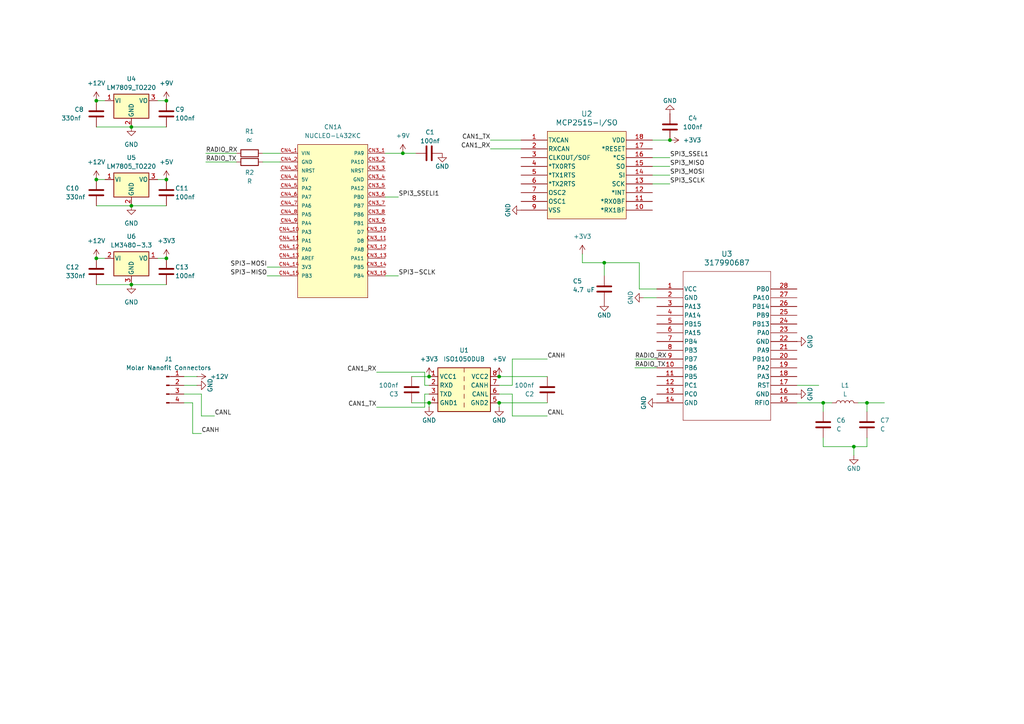
<source format=kicad_sch>
(kicad_sch (version 20231120) (generator "eeschema") (generator_version "8.0")
  (paper "A4")
  (lib_symbols
    (symbol "Connector:Conn_01x04_Pin" (pin_names (offset 1.016) hide)
      (property "Reference" "J" (at 0 5.08 0))
      (property "Value" "Conn_01x04_Pin" (at 0 -7.62 0))
      (symbol "Conn_01x04_Pin_1_1"
        (polyline (pts (xy 1.27 -5.08) (xy 0.8636 -5.08)) (stroke (width 0.1524)))
        (polyline (pts (xy 1.27 -2.54) (xy 0.8636 -2.54)) (stroke (width 0.1524)))
        (polyline (pts (xy 1.27 0) (xy 0.8636 0)) (stroke (width 0.1524)))
        (polyline (pts (xy 1.27 2.54) (xy 0.8636 2.54)) (stroke (width 0.1524)))
        (rectangle (start 0.8636 -4.953) (end 0 -5.207) (stroke (width 0.1524)) (fill (type outline)))
        (rectangle (start 0.8636 -2.413) (end 0 -2.667) (stroke (width 0.1524)) (fill (type outline)))
        (rectangle (start 0.8636 0.127) (end 0 -0.127) (stroke (width 0.1524)) (fill (type outline)))
        (rectangle (start 0.8636 2.667) (end 0 2.413) (stroke (width 0.1524)) (fill (type outline)))
        (pin passive line (at 5.08 2.54 180) (length 3.81) (name "Pin_1") (number "1"))
        (pin passive line (at 5.08 0 180) (length 3.81) (name "Pin_2") (number "2"))
        (pin passive line (at 5.08 -2.54 180) (length 3.81) (name "Pin_3") (number "3"))
        (pin passive line (at 5.08 -5.08 180) (length 3.81) (name "Pin_4") (number "4"))
      )
    )
    (symbol "Device:C" (pin_numbers hide) (pin_names (offset 0.254))
      (property "Reference" "C" (at 0.635 2.54 0))
      (property "Value" "C" (at 0.635 -2.54 0))
      (symbol "C_0_1"
        (polyline (pts (xy -2.032 -0.762) (xy 2.032 -0.762)) (stroke (width 0.508)))
        (polyline (pts (xy -2.032 0.762) (xy 2.032 0.762)) (stroke (width 0.508)))
      )
      (symbol "C_1_1"
        (pin passive line (at 0 3.81 270) (length 2.794) (name "~") (number "1"))
        (pin passive line (at 0 -3.81 90) (length 2.794) (name "~") (number "2"))
      )
    )
    (symbol "Device:L" (pin_numbers hide) (pin_names (offset 1.016) hide)
      (property "Reference" "L" (at -1.27 0 90))
      (property "Value" "L" (at 1.905 0 90))
      (symbol "L_0_1"
        (arc (start 0 -2.54) (mid 0.6323 -1.905) (end 0 -1.27))
        (arc (start 0 -1.27) (mid 0.6323 -0.635) (end 0 0))
        (arc (start 0 0) (mid 0.6323 0.635) (end 0 1.27))
        (arc (start 0 1.27) (mid 0.6323 1.905) (end 0 2.54))
      )
      (symbol "L_1_1"
        (pin passive line (at 0 3.81 270) (length 1.27) (name "1") (number "1"))
        (pin passive line (at 0 -3.81 90) (length 1.27) (name "2") (number "2"))
      )
    )
    (symbol "Device:R" (pin_numbers hide) (pin_names (offset 0))
      (property "Reference" "R" (at 2.032 0 90))
      (property "Value" "R" (at 0 0 90))
      (symbol "R_0_1"
        (rectangle (start -1.016 -2.54) (end 1.016 2.54) (stroke (width 0.254)))
      )
      (symbol "R_1_1"
        (pin passive line (at 0 3.81 270) (length 1.27) (name "~") (number "1"))
        (pin passive line (at 0 -3.81 90) (length 1.27) (name "~") (number "2"))
      )
    )
    (symbol "FS_3_Global_Symbol_Library:MCP2515-I_SO" (pin_names (offset 0.254))
      (property "Reference" "U" (at 18.796 7.874 0))
      (property "Value" "MCP2515-I/SO" (at 18.796 4.318 0))
      (symbol "MCP2515-I_SO_0_1"
        (pin unspecified line (at 0 0 0) (length 7.62) (name "TXCAN") (number "1"))
        (pin unspecified line (at 38.1 -20.32 180) (length 7.62) (name "*RX1BF") (number "10"))
        (pin unspecified line (at 38.1 -17.78 180) (length 7.62) (name "*RX0BF") (number "11"))
        (pin unspecified line (at 38.1 -15.24 180) (length 7.62) (name "*INT") (number "12"))
        (pin unspecified line (at 38.1 -12.7 180) (length 7.62) (name "SCK") (number "13"))
        (pin unspecified line (at 38.1 -10.16 180) (length 7.62) (name "SI") (number "14"))
        (pin unspecified line (at 38.1 -7.62 180) (length 7.62) (name "SO") (number "15"))
        (pin unspecified line (at 38.1 -5.08 180) (length 7.62) (name "*CS") (number "16"))
        (pin unspecified line (at 38.1 -2.54 180) (length 7.62) (name "*RESET") (number "17"))
        (pin unspecified line (at 38.1 0 180) (length 7.62) (name "VDD") (number "18"))
        (pin unspecified line (at 0 -2.54 0) (length 7.62) (name "RXCAN") (number "2"))
        (pin unspecified line (at 0 -5.08 0) (length 7.62) (name "CLKOUT/SOF") (number "3"))
        (pin unspecified line (at 0 -7.62 0) (length 7.62) (name "*TX0RTS") (number "4"))
        (pin unspecified line (at 0 -10.16 0) (length 7.62) (name "*TX1RTS") (number "5"))
        (pin unspecified line (at 0 -12.7 0) (length 7.62) (name "*TX2RTS") (number "6"))
        (pin unspecified line (at 0 -15.24 0) (length 7.62) (name "OSC2") (number "7"))
        (pin unspecified line (at 0 -17.78 0) (length 7.62) (name "OSC1") (number "8"))
        (pin unspecified line (at 0 -20.32 0) (length 7.62) (name "VSS") (number "9"))
      )
      (symbol "MCP2515-I_SO_1_1"
        (rectangle (start 7.62 2.54) (end 30.48 -22.86) (fill (type background)))
      )
    )
    (symbol "FS_3_Global_Symbol_Library:NUCLEO-L432KC" (pin_names (offset 1.016))
      (property "Reference" "CN" (at 7.62 18.288 0))
      (property "Value" "NUCLEO-L432KC" (at -7.62 -25.4 0))
      (symbol "NUCLEO-L432KC_1_0"
        (rectangle (start -10.16 17.78) (end 10.16 -26.67) (stroke (width 0.1524)) (fill (type background)))
        (pin bidirectional line (at -15.24 15.24 0) (length 5.08) (name "PA9") (number "CN3_1"))
        (pin bidirectional line (at -15.24 -12.7 0) (length 5.08) (name "PA8") (number "CN3_12"))
        (pin bidirectional line (at -15.24 -15.24 0) (length 5.08) (name "PA11") (number "CN3_13"))
        (pin bidirectional line (at -15.24 -17.78 0) (length 5.08) (name "PB5") (number "CN3_14"))
        (pin bidirectional line (at -15.24 -20.32 0) (length 5.08) (name "PB4") (number "CN3_15"))
        (pin bidirectional line (at -15.24 12.7 0) (length 5.08) (name "PA10") (number "CN3_2"))
        (pin bidirectional line (at -15.24 5.08 0) (length 5.08) (name "PA12") (number "CN3_5"))
        (pin bidirectional line (at -15.24 2.54 0) (length 5.08) (name "PB0") (number "CN3_6"))
        (pin bidirectional line (at -15.24 0 0) (length 5.08) (name "PB7") (number "CN3_7"))
        (pin bidirectional line (at -15.24 -2.54 0) (length 5.08) (name "PB6") (number "CN3_8"))
        (pin bidirectional line (at -15.24 -5.08 0) (length 5.08) (name "PB1") (number "CN3_9"))
      )
      (symbol "NUCLEO-L432KC_1_1"
        (pin bidirectional line (at -15.24 -7.62 0) (length 5.08) (name "D7") (number "CN3_10"))
        (pin bidirectional line (at -15.24 -10.16 0) (length 5.08) (name "D8") (number "CN3_11"))
        (pin bidirectional line (at -15.24 10.16 0) (length 5.08) (name "NRST") (number "CN3_3"))
        (pin power_in line (at -15.24 7.62 0) (length 5.08) (name "GND") (number "CN3_4"))
        (pin power_in line (at 15.24 15.24 180) (length 5.08) (name "VIN") (number "CN4_1"))
        (pin bidirectional line (at 15.24 -7.62 180) (length 5.08) (name "PA3") (number "CN4_10"))
        (pin bidirectional line (at 15.24 -10.16 180) (length 5.08) (name "PA1") (number "CN4_11"))
        (pin bidirectional line (at 15.24 -12.7 180) (length 5.08) (name "PA0") (number "CN4_12"))
        (pin bidirectional line (at 15.24 -15.24 180) (length 5.08) (name "AREF") (number "CN4_13"))
        (pin power_out line (at 15.24 -17.78 180) (length 5.08) (name "3V3") (number "CN4_14"))
        (pin bidirectional line (at 15.24 -20.32 180) (length 5.08) (name "PB3") (number "CN4_15"))
        (pin power_in line (at 15.24 12.7 180) (length 5.08) (name "GND") (number "CN4_2"))
        (pin bidirectional line (at 15.24 10.16 180) (length 5.08) (name "NRST") (number "CN4_3"))
        (pin power_out line (at 15.24 7.62 180) (length 5.08) (name "5V") (number "CN4_4"))
        (pin bidirectional line (at 15.24 5.08 180) (length 5.08) (name "PA2") (number "CN4_5"))
        (pin bidirectional line (at 15.24 2.54 180) (length 5.08) (name "PA7") (number "CN4_6"))
        (pin bidirectional line (at 15.24 0 180) (length 5.08) (name "PA6") (number "CN4_7"))
        (pin bidirectional line (at 15.24 -2.54 180) (length 5.08) (name "PA5") (number "CN4_8"))
        (pin bidirectional line (at 15.24 -5.08 180) (length 5.08) (name "PA4") (number "CN4_9"))
      )
      (symbol "NUCLEO-L432KC_2_0"
        (rectangle (start -10.16 -17.78) (end 10.16 17.78) (stroke (width 0.1524)) (fill (type background)))
        (text "CN4" (at -10.16 18.542 0) (effects (font (size 1.778 1.778)) (justify left bottom)))
        (pin input line (at -15.24 7.62 0) (length 5.08) (name "VIN") (number "CN4_1"))
        (pin bidirectional line (at -15.24 -10.16 0) (length 5.08) (name "PA3") (number "CN4_10"))
        (pin bidirectional line (at -15.24 -5.08 0) (length 5.08) (name "PA1") (number "CN4_11"))
        (pin bidirectional line (at -15.24 -2.54 0) (length 5.08) (name "PA0") (number "CN4_12"))
        (pin bidirectional line (at 15.24 7.62 180) (length 5.08) (name "AREF") (number "CN4_13"))
        (pin power_in line (at 15.24 12.7 180) (length 5.08) (name "+3V3") (number "CN4_14"))
        (pin bidirectional line (at 15.24 2.54 180) (length 5.08) (name "PB3") (number "CN4_15"))
        (pin power_in line (at 15.24 -15.24 180) (length 5.08) (name "GND_CN4") (number "CN4_2"))
        (pin bidirectional line (at -15.24 2.54 0) (length 5.08) (name "NRST_CN4") (number "CN4_3"))
        (pin power_in line (at 15.24 15.24 180) (length 5.08) (name "+5V") (number "CN4_4"))
        (pin bidirectional line (at -15.24 -7.62 0) (length 5.08) (name "PA2") (number "CN4_5"))
        (pin bidirectional line (at 15.24 -10.16 180) (length 5.08) (name "PA7") (number "CN4_6"))
        (pin bidirectional line (at 15.24 -7.62 180) (length 5.08) (name "PA6") (number "CN4_7"))
        (pin bidirectional line (at 15.24 -5.08 180) (length 5.08) (name "PA5") (number "CN4_8"))
        (pin bidirectional line (at 15.24 -2.54 180) (length 5.08) (name "PA4") (number "CN4_9"))
      )
      (symbol "NUCLEO-L432KC_2_1"
        (pin bidirectional line (at 17.78 6.35 180) (length 5.08) (name "PA2") (number "-UB"))
      )
    )
    (symbol "FS_3_Global_Symbol_Library:SEEED317990687" (pin_names (offset 0.254))
      (property "Reference" "U" (at 20.32 10.16 0))
      (property "Value" "317990687" (at 20.32 7.62 0))
      (symbol "SEEED317990687_1_1"
        (polyline (pts (xy 7.62 -38.1) (xy 33.02 -38.1)) (stroke (width 0.127)))
        (polyline (pts (xy 7.62 5.08) (xy 7.62 -38.1)) (stroke (width 0.127)))
        (polyline (pts (xy 33.02 -38.1) (xy 33.02 5.08)) (stroke (width 0.127)))
        (polyline (pts (xy 33.02 5.08) (xy 7.62 5.08)) (stroke (width 0.127)))
        (pin power_in line (at 0 0 0) (length 7.62) (name "VCC") (number "1"))
        (pin bidirectional line (at 0 -22.86 0) (length 7.62) (name "PB6") (number "10"))
        (pin bidirectional line (at 0 -25.4 0) (length 7.62) (name "PB5") (number "11"))
        (pin bidirectional line (at 0 -27.94 0) (length 7.62) (name "PC1") (number "12"))
        (pin bidirectional line (at 0 -30.48 0) (length 7.62) (name "PC0") (number "13"))
        (pin power_out line (at 0 -33.02 0) (length 7.62) (name "GND") (number "14"))
        (pin unspecified line (at 40.64 -33.02 180) (length 7.62) (name "RFIO") (number "15"))
        (pin power_out line (at 40.64 -30.48 180) (length 7.62) (name "GND") (number "16"))
        (pin unspecified line (at 40.64 -27.94 180) (length 7.62) (name "RST") (number "17"))
        (pin bidirectional line (at 40.64 -25.4 180) (length 7.62) (name "PA3") (number "18"))
        (pin bidirectional line (at 40.64 -22.86 180) (length 7.62) (name "PA2") (number "19"))
        (pin power_out line (at 0 -2.54 0) (length 7.62) (name "GND") (number "2"))
        (pin bidirectional line (at 40.64 -20.32 180) (length 7.62) (name "PB10") (number "20"))
        (pin bidirectional line (at 40.64 -17.78 180) (length 7.62) (name "PA9") (number "21"))
        (pin power_out line (at 40.64 -15.24 180) (length 7.62) (name "GND") (number "22"))
        (pin bidirectional line (at 40.64 -12.7 180) (length 7.62) (name "PA0") (number "23"))
        (pin bidirectional line (at 40.64 -10.16 180) (length 7.62) (name "PB13") (number "24"))
        (pin bidirectional line (at 40.64 -7.62 180) (length 7.62) (name "PB9") (number "25"))
        (pin bidirectional line (at 40.64 -5.08 180) (length 7.62) (name "PB14") (number "26"))
        (pin bidirectional line (at 40.64 -2.54 180) (length 7.62) (name "PA10") (number "27"))
        (pin bidirectional line (at 40.64 0 180) (length 7.62) (name "PB0") (number "28"))
        (pin bidirectional line (at 0 -5.08 0) (length 7.62) (name "PA13") (number "3"))
        (pin bidirectional line (at 0 -7.62 0) (length 7.62) (name "PA14") (number "4"))
        (pin bidirectional line (at 0 -10.16 0) (length 7.62) (name "PB15") (number "5"))
        (pin bidirectional line (at 0 -12.7 0) (length 7.62) (name "PA15") (number "6"))
        (pin bidirectional line (at 0 -15.24 0) (length 7.62) (name "PB4") (number "7"))
        (pin bidirectional line (at 0 -17.78 0) (length 7.62) (name "PB3") (number "8"))
        (pin bidirectional line (at 0 -20.32 0) (length 7.62) (name "PB7") (number "9"))
      )
    )
    (symbol "Interface_CAN_LIN:ISO1050DUB"
      (property "Reference" "U" (at -6.35 6.35 0))
      (property "Value" "ISO1050DUB" (at 2.54 6.35 0))
      (symbol "ISO1050DUB_0_1"
        (rectangle (start -7.62 5.08) (end 7.62 -7.62) (stroke (width 0.254)) (fill (type background)))
        (polyline (pts (xy 0 -5.08) (xy 0 -6.35)))
        (polyline (pts (xy 0 -2.54) (xy 0 -3.81)))
        (polyline (pts (xy 0 0) (xy 0 -1.27)))
        (polyline (pts (xy 0 2.54) (xy 0 1.27)))
        (polyline (pts (xy 0 5.08) (xy 0 3.81)))
      )
      (symbol "ISO1050DUB_1_1"
        (pin power_in line (at -10.16 2.54 0) (length 2.54) (name "VCC1") (number "1"))
        (pin output line (at -10.16 0 0) (length 2.54) (name "RXD") (number "2"))
        (pin input line (at -10.16 -2.54 0) (length 2.54) (name "TXD") (number "3"))
        (pin power_in line (at -10.16 -5.08 0) (length 2.54) (name "GND1") (number "4"))
        (pin power_in line (at 10.16 -5.08 180) (length 2.54) (name "GND2") (number "5"))
        (pin bidirectional line (at 10.16 -2.54 180) (length 2.54) (name "CANL") (number "6"))
        (pin bidirectional line (at 10.16 0 180) (length 2.54) (name "CANH") (number "7"))
        (pin power_in line (at 10.16 2.54 180) (length 2.54) (name "VCC2") (number "8"))
      )
    )
    (symbol "Regulator_Linear:LM3480-3.3" (pin_names (offset 0.254))
      (property "Reference" "U" (at -3.81 3.175 0))
      (property "Value" "LM3480-3.3" (at 0 3.175 0))
      (symbol "LM3480-3.3_0_1"
        (rectangle (start -5.08 1.905) (end 5.08 -5.08) (stroke (width 0.254)) (fill (type background)))
      )
      (symbol "LM3480-3.3_1_1"
        (pin power_out line (at 7.62 0 180) (length 2.54) (name "VO") (number "1"))
        (pin power_in line (at -7.62 0 0) (length 2.54) (name "VI") (number "2"))
        (pin power_in line (at 0 -7.62 90) (length 2.54) (name "GND") (number "3"))
      )
    )
    (symbol "Regulator_Linear:LM7805_TO220" (pin_names (offset 0.254))
      (property "Reference" "U" (at -3.81 3.175 0))
      (property "Value" "LM7805_TO220" (at 0 3.175 0))
      (symbol "LM7805_TO220_0_1"
        (rectangle (start -5.08 1.905) (end 5.08 -5.08) (stroke (width 0.254)) (fill (type background)))
      )
      (symbol "LM7805_TO220_1_1"
        (pin power_in line (at -7.62 0 0) (length 2.54) (name "VI") (number "1"))
        (pin power_in line (at 0 -7.62 90) (length 2.54) (name "GND") (number "2"))
        (pin power_out line (at 7.62 0 180) (length 2.54) (name "VO") (number "3"))
      )
    )
    (symbol "Regulator_Linear:LM7809_TO220" (pin_names (offset 0.254))
      (property "Reference" "U" (at -3.81 3.175 0))
      (property "Value" "LM7809_TO220" (at 0 3.175 0))
      (symbol "LM7809_TO220_0_1"
        (rectangle (start -5.08 1.905) (end 5.08 -5.08) (stroke (width 0.254)) (fill (type background)))
      )
      (symbol "LM7809_TO220_1_1"
        (pin power_in line (at -7.62 0 0) (length 2.54) (name "VI") (number "1"))
        (pin power_in line (at 0 -7.62 90) (length 2.54) (name "GND") (number "2"))
        (pin power_out line (at 7.62 0 180) (length 2.54) (name "VO") (number "3"))
      )
    )
    (symbol "power:+12V" (power) (pin_numbers hide) (pin_names (offset 0) hide)
      (property "Value" "+12V" (at 0 3.556 0))
      (symbol "+12V_0_1"
        (polyline (pts (xy -0.762 1.27) (xy 0 2.54)))
        (polyline (pts (xy 0 0) (xy 0 2.54)))
        (polyline (pts (xy 0 2.54) (xy 0.762 1.27)))
      )
      (symbol "+12V_1_1"
        (pin power_in line (at 0 0 90) (length 0) (name "~") (number "1"))
      )
    )
    (symbol "power:+3V3" (power) (pin_numbers hide) (pin_names (offset 0) hide)
      (property "Value" "+3V3" (at 0 3.556 0))
      (symbol "+3V3_0_1"
        (polyline (pts (xy -0.762 1.27) (xy 0 2.54)))
        (polyline (pts (xy 0 0) (xy 0 2.54)))
        (polyline (pts (xy 0 2.54) (xy 0.762 1.27)))
      )
      (symbol "+3V3_1_1"
        (pin power_in line (at 0 0 90) (length 0) (name "~") (number "1"))
      )
    )
    (symbol "power:+5V" (power) (pin_numbers hide) (pin_names (offset 0) hide)
      (property "Value" "+5V" (at 0 3.556 0))
      (symbol "+5V_0_1"
        (polyline (pts (xy -0.762 1.27) (xy 0 2.54)))
        (polyline (pts (xy 0 0) (xy 0 2.54)))
        (polyline (pts (xy 0 2.54) (xy 0.762 1.27)))
      )
      (symbol "+5V_1_1"
        (pin power_in line (at 0 0 90) (length 0) (name "~") (number "1"))
      )
    )
    (symbol "power:+9V" (power) (pin_numbers hide) (pin_names (offset 0) hide)
      (property "Value" "+9V" (at 0 3.556 0))
      (symbol "+9V_0_1"
        (polyline (pts (xy -0.762 1.27) (xy 0 2.54)))
        (polyline (pts (xy 0 0) (xy 0 2.54)))
        (polyline (pts (xy 0 2.54) (xy 0.762 1.27)))
      )
      (symbol "+9V_1_1"
        (pin power_in line (at 0 0 90) (length 0) (name "~") (number "1"))
      )
    )
    (symbol "power:GND" (power) (pin_numbers hide) (pin_names (offset 0) hide)
      (property "Value" "GND" (at 0 -3.81 0))
      (symbol "GND_0_1"
        (polyline (pts (xy 0 0) (xy 0 -1.27) (xy 1.27 -1.27) (xy 0 -2.54) (xy -1.27 -1.27) (xy 0 -1.27)))
      )
      (symbol "GND_1_1"
        (pin power_in line (at 0 0 270) (length 0) (name "~") (number "1"))
      )
    )
  )
  (junction (at 38.1 82.55))
  (junction (at 144.78 116.84))
  (junction (at 124.46 109.22))
  (junction (at 194.31 40.64))
  (junction (at 27.94 52.07))
  (junction (at 144.78 109.22))
  (junction (at 48.26 29.21))
  (junction (at 38.1 59.69))
  (junction (at 48.26 52.07))
  (junction (at 48.26 74.93))
  (junction (at 38.1 36.83))
  (junction (at 247.65 129.54))
  (junction (at 116.84 44.45))
  (junction (at 175.26 76.2))
  (junction (at 251.46 116.84))
  (junction (at 124.46 116.84))
  (junction (at 27.94 29.21))
  (junction (at 27.94 74.93))
  (junction (at 238.76 116.84))
  (wire (pts (xy 45.72 74.93) (xy 48.26 74.93)))
  (wire (pts (xy 45.72 29.21) (xy 48.26 29.21)))
  (wire (pts (xy 148.59 111.76) (xy 148.59 104.14)))
  (wire (pts (xy 238.76 116.84) (xy 238.76 119.38)))
  (wire (pts (xy 184.15 106.68) (xy 190.5 106.68)))
  (wire (pts (xy 58.42 120.65) (xy 62.23 120.65)))
  (wire (pts (xy 53.34 111.76) (xy 57.15 111.76)))
  (wire (pts (xy 148.59 120.65) (xy 158.75 120.65)))
  (wire (pts (xy 123.19 111.76) (xy 123.19 107.95)))
  (wire (pts (xy 111.76 80.01) (xy 115.57 80.01)))
  (wire (pts (xy 59.69 46.99) (xy 68.58 46.99)))
  (wire (pts (xy 111.76 57.15) (xy 115.57 57.15)))
  (wire (pts (xy 144.78 111.76) (xy 148.59 111.76)))
  (wire (pts (xy 189.23 53.34) (xy 194.31 53.34)))
  (wire (pts (xy 158.75 116.84) (xy 144.78 116.84)))
  (wire (pts (xy 53.34 109.22) (xy 57.15 109.22)))
  (wire (pts (xy 76.2 46.99) (xy 81.28 46.99)))
  (wire (pts (xy 247.65 129.54) (xy 247.65 132.08)))
  (wire (pts (xy 248.92 116.84) (xy 251.46 116.84)))
  (wire (pts (xy 27.94 59.69) (xy 38.1 59.69)))
  (wire (pts (xy 76.2 44.45) (xy 81.28 44.45)))
  (wire (pts (xy 189.23 45.72) (xy 194.31 45.72)))
  (wire (pts (xy 38.1 59.69) (xy 48.26 59.69)))
  (wire (pts (xy 55.88 116.84) (xy 53.34 116.84)))
  (wire (pts (xy 27.94 52.07) (xy 30.48 52.07)))
  (wire (pts (xy 53.34 114.3) (xy 58.42 114.3)))
  (wire (pts (xy 251.46 116.84) (xy 256.54 116.84)))
  (wire (pts (xy 116.84 44.45) (xy 120.65 44.45)))
  (wire (pts (xy 175.26 76.2) (xy 175.26 80.01)))
  (wire (pts (xy 189.23 40.64) (xy 194.31 40.64)))
  (wire (pts (xy 109.22 118.11) (xy 123.19 118.11)))
  (wire (pts (xy 38.1 36.83) (xy 48.26 36.83)))
  (wire (pts (xy 109.22 107.95) (xy 123.19 107.95)))
  (wire (pts (xy 142.24 40.64) (xy 151.13 40.64)))
  (wire (pts (xy 27.94 36.83) (xy 38.1 36.83)))
  (wire (pts (xy 251.46 116.84) (xy 251.46 119.38)))
  (wire (pts (xy 238.76 116.84) (xy 241.3 116.84)))
  (wire (pts (xy 124.46 114.3) (xy 123.19 114.3)))
  (wire (pts (xy 77.47 77.47) (xy 81.28 77.47)))
  (wire (pts (xy 123.19 114.3) (xy 123.19 118.11)))
  (wire (pts (xy 124.46 109.22) (xy 119.38 109.22)))
  (wire (pts (xy 185.42 83.82) (xy 185.42 76.2)))
  (wire (pts (xy 124.46 116.84) (xy 124.46 118.11)))
  (wire (pts (xy 55.88 125.73) (xy 55.88 116.84)))
  (wire (pts (xy 38.1 82.55) (xy 48.26 82.55)))
  (wire (pts (xy 111.76 44.45) (xy 116.84 44.45)))
  (wire (pts (xy 27.94 29.21) (xy 30.48 29.21)))
  (wire (pts (xy 148.59 104.14) (xy 158.75 104.14)))
  (wire (pts (xy 247.65 129.54) (xy 251.46 129.54)))
  (wire (pts (xy 238.76 127) (xy 238.76 129.54)))
  (wire (pts (xy 184.15 104.14) (xy 190.5 104.14)))
  (wire (pts (xy 168.91 73.66) (xy 168.91 76.2)))
  (wire (pts (xy 189.23 50.8) (xy 194.31 50.8)))
  (wire (pts (xy 231.14 111.76) (xy 237.49 111.76)))
  (wire (pts (xy 189.23 48.26) (xy 194.31 48.26)))
  (wire (pts (xy 124.46 116.84) (xy 119.38 116.84)))
  (wire (pts (xy 148.59 114.3) (xy 148.59 120.65)))
  (wire (pts (xy 124.46 111.76) (xy 123.19 111.76)))
  (wire (pts (xy 175.26 76.2) (xy 185.42 76.2)))
  (wire (pts (xy 27.94 82.55) (xy 38.1 82.55)))
  (wire (pts (xy 58.42 114.3) (xy 58.42 120.65)))
  (wire (pts (xy 238.76 129.54) (xy 247.65 129.54)))
  (wire (pts (xy 77.47 80.01) (xy 81.28 80.01)))
  (wire (pts (xy 144.78 116.84) (xy 144.78 118.11)))
  (wire (pts (xy 55.88 125.73) (xy 58.42 125.73)))
  (wire (pts (xy 45.72 52.07) (xy 48.26 52.07)))
  (wire (pts (xy 168.91 76.2) (xy 175.26 76.2)))
  (wire (pts (xy 59.69 44.45) (xy 68.58 44.45)))
  (wire (pts (xy 144.78 114.3) (xy 148.59 114.3)))
  (wire (pts (xy 186.69 86.36) (xy 190.5 86.36)))
  (wire (pts (xy 231.14 116.84) (xy 238.76 116.84)))
  (wire (pts (xy 190.5 83.82) (xy 185.42 83.82)))
  (wire (pts (xy 251.46 127) (xy 251.46 129.54)))
  (wire (pts (xy 27.94 74.93) (xy 30.48 74.93)))
  (wire (pts (xy 142.24 43.18) (xy 151.13 43.18)))
  (wire (pts (xy 158.75 109.22) (xy 144.78 109.22)))
  (label "CAN1_TX" (at 109.22 118.11 180))
  (label "SPI3-SCLK" (at 115.57 80.01 0))
  (label "SPI3-MOSI" (at 77.47 77.47 180))
  (label "SPI3_SCLK" (at 194.31 53.34 0))
  (label "CANH" (at 58.42 125.73 0))
  (label "CANH" (at 158.75 104.14 0))
  (label "SPI3-MISO" (at 77.47 80.01 180))
  (label "SPI3_SSELI1" (at 115.57 57.15 0))
  (label "CANL" (at 158.75 120.65 0))
  (label "CAN1_RX" (at 142.24 43.18 180))
  (label "RADIO_RX" (at 184.15 104.14 0))
  (label "RADIO_TX" (at 59.69 46.99 0))
  (label "SPI3_MOSI" (at 194.31 50.8 0))
  (label "SPI3_MISO" (at 194.31 48.26 0))
  (label "RADIO_RX" (at 59.69 44.45 0))
  (label "SPI3_SSEL1" (at 194.31 45.72 0))
  (label "RADIO_TX" (at 184.15 106.68 0))
  (label "CAN1_RX" (at 109.22 107.95 180))
  (label "CANL" (at 62.23 120.65 0))
  (label "CAN1_TX" (at 142.24 40.64 180))
  (symbol (lib_id "power:+5V") (at 48.26 52.07 0) (unit 1)
    (property "Reference" "#PWR024" (effects (hide yes)))
    (property "Value" "+5V" (at 48.26 46.99 0))
  )
  (symbol (lib_id "power:GND") (at 57.15 111.76 90) (unit 1)
    (property "Reference" "#PWR021" (effects (hide yes)))
    (property "Value" "GND" (at 60.96 111.76 0))
  )
  (symbol (lib_id "Device:C") (at 175.26 83.82 0) (unit 1)
    (property "Reference" "C5" (at 166.116 81.534 0) (effects (justify left)))
    (property "Value" "4.7 uF" (at 166.116 84.074 0) (effects (justify left)))
    (property "Description" "Unpolarized capacitor" (effects (hide yes)))
  )
  (symbol (lib_id "power:+12V") (at 27.94 74.93 0) (unit 1)
    (property "Reference" "#PWR025" (effects (hide yes)))
    (property "Value" "+12V" (at 27.94 69.85 0))
  )
  (symbol (lib_id "power:GND") (at 190.5 116.84 270) (unit 1)
    (property "Reference" "#PWR011" (effects (hide yes)))
    (property "Value" "GND" (at 186.69 116.84 0))
  )
  (symbol (lib_id "power:+12V") (at 57.15 109.22 270) (unit 1)
    (property "Reference" "#PWR020" (effects (hide yes)))
    (property "Value" "+12V" (at 60.96 109.2199 90) (effects (justify left)))
  )
  (symbol (lib_id "power:GND") (at 231.14 99.06 90) (unit 1)
    (property "Reference" "#PWR013" (effects (hide yes)))
    (property "Value" "GND" (at 234.95 99.06 0))
  )
  (symbol (lib_id "Regulator_Linear:LM7809_TO220") (at 38.1 29.21 0) (unit 1)
    (property "Reference" "U4" (at 38.1 22.86 0))
    (property "Value" "LM7809_TO220" (at 38.1 25.4 0))
    (property "Footprint" "Package_TO_SOT_THT:TO-220-3_Vertical" (effects (hide yes)))
    (property "Datasheet" "https://www.onsemi.cn/PowerSolutions/document/MC7800-D.PDF" (effects (hide yes)))
  )
  (symbol (lib_id "FS_3_Global_Symbol_Library:NUCLEO-L432KC") (at 96.52 59.69 0) (mirror y) (unit 1)
    (property "Reference" "CN1" (at 96.52 36.83 0))
    (property "Value" "NUCLEO-L432KC" (at 96.52 39.37 0))
    (property "Footprint" "FS_3_Global_Footprint_Library:NUCLEO-L432KC" (effects (hide yes)))
    (property "Description" "STM32 Microcontroller" (effects (hide yes)))
    (property "PARTREV" "N/A" (effects (hide yes)))
    (property "STANDARD" "Manufacturer Recommendations" (effects (hide yes)))
    (property "MAXIMUM_PACKAGE_HEIGHT" "N/A" (effects (hide yes)))
    (property "MANUFACTURER" "ST Microelectronics" (effects (hide yes)))
  )
  (symbol (lib_id "Regulator_Linear:LM3480-3.3") (at 38.1 74.93 0) (unit 1)
    (property "Reference" "U6" (at 38.1 68.58 0))
    (property "Value" "LM3480-3.3" (at 38.1 71.12 0))
    (property "Footprint" "Package_TO_SOT_SMD:SOT-23" (effects (hide yes)))
    (property "Datasheet" "http://www.ti.com/lit/ds/symlink/lm3480.pdf" (effects (hide yes)))
    (property "Description" "100mA, Quasi Low Dropout Voltage Regulator, 3.3V positive fixed output, SOT-23 package" (effects (hide yes)))
  )
  (symbol (lib_id "power:+3V3") (at 168.91 73.66 0) (unit 1)
    (property "Reference" "#PWR015" (effects (hide yes)))
    (property "Value" "+3V3" (at 168.91 68.58 0))
    (property "Description" "Power symbol creates a global label with name \"+3V3\"" (effects (hide yes)))
  )
  (symbol (lib_id "power:+5V") (at 144.78 109.22 0) (unit 1)
    (property "Reference" "#PWR04" (effects (hide yes)))
    (property "Value" "+5V" (at 144.78 104.14 0))
  )
  (symbol (lib_id "power:GND") (at 194.31 33.02 180) (unit 1)
    (property "Reference" "#PWR07" (effects (hide yes)))
    (property "Value" "GND" (at 194.31 29.21 0))
  )
  (symbol (lib_id "Device:C") (at 238.76 123.19 0) (unit 1)
    (property "Reference" "C6" (at 242.57 121.9199 0) (effects (justify left)))
    (property "Value" "C" (at 242.57 124.4599 0) (effects (justify left)))
    (property "Description" "Unpolarized capacitor" (effects (hide yes)))
  )
  (symbol (lib_id "Device:C") (at 27.94 78.74 0) (unit 1)
    (property "Reference" "C12" (at 19.05 77.47 0) (effects (justify left)))
    (property "Value" "330nf" (at 19.05 80.01 0) (effects (justify left)))
    (property "Footprint" "Capacitor_SMD:C_0805_2012Metric_Pad1.18x1.45mm_HandSolder" (effects (hide yes)))
    (property "Datasheet" "https://mm.digikey.com/Volume0/opasdata/d220001/medias/docus/4262/0805B334K250CC.pdf" (effects (hide yes)))
  )
  (symbol (lib_id "FS_3_Global_Symbol_Library:SEEED317990687") (at 190.5 83.82 0) (unit 1)
    (property "Reference" "U3" (at 210.82 73.66 0) (effects (font (size 1.524 1.524))))
    (property "Value" "317990687" (at 210.82 76.2 0) (effects (font (size 1.524 1.524))))
    (property "Footprint" "FS_3_Global_Footprint_Library:SEEED-317990687" (effects (hide yes)))
    (property "Datasheet" "https://files.seeedstudio.com/products/317990687/res/LoRa-E5%20module%20datasheet_V1.0.pdf" (effects (hide yes)))
    (property "Description" "Radio Transceiver Module" (effects (hide yes)))
  )
  (symbol (lib_id "Device:C") (at 48.26 33.02 0) (unit 1)
    (property "Reference" "C9" (at 50.8 31.75 0) (effects (justify left)))
    (property "Value" "100nf" (at 50.8 34.29 0) (effects (justify left)))
    (property "Footprint" "Capacitor_SMD:C_0805_2012Metric_Pad1.18x1.45mm_HandSolder" (effects (hide yes)))
  )
  (symbol (lib_id "Device:C") (at 194.31 36.83 180) (unit 1)
    (property "Reference" "C4" (at 200.914 34.29 0))
    (property "Value" "100nf" (at 200.914 36.83 0))
    (property "Footprint" "Capacitor_SMD:C_0805_2012Metric_Pad1.18x1.45mm_HandSolder" (effects (hide yes)))
  )
  (symbol (lib_id "power:+9V") (at 116.84 44.45 0) (unit 1)
    (property "Reference" "#PWR01" (effects (hide yes)))
    (property "Value" "+9V" (at 116.84 39.37 0))
  )
  (symbol (lib_id "power:+12V") (at 27.94 52.07 0) (unit 1)
    (property "Reference" "#PWR022" (effects (hide yes)))
    (property "Value" "+12V" (at 27.94 46.99 0))
  )
  (symbol (lib_id "power:+5V") (at 194.31 40.64 270) (unit 1)
    (property "Reference" "#PWR08" (effects (hide yes)))
    (property "Value" "+3V3" (at 198.12 40.6399 90) (effects (justify left)))
  )
  (symbol (lib_id "Device:C") (at 48.26 55.88 0) (unit 1)
    (property "Reference" "C11" (at 50.8 54.61 0) (effects (justify left)))
    (property "Value" "100nf" (at 50.8 57.15 0) (effects (justify left)))
    (property "Footprint" "Capacitor_SMD:C_0805_2012Metric_Pad1.18x1.45mm_HandSolder" (effects (hide yes)))
    (property "Datasheet" "https://mm.digikey.com/Volume0/opasdata/d220001/medias/docus/4005/0805B104K101CC.pdf" (effects (hide yes)))
  )
  (symbol (lib_id "power:GND") (at 247.65 132.08 0) (mirror y) (unit 1)
    (property "Reference" "#PWR014" (effects (hide yes)))
    (property "Value" "GND" (at 247.65 135.89 0))
  )
  (symbol (lib_id "Device:C") (at 27.94 55.88 0) (unit 1)
    (property "Reference" "C10" (at 19.05 54.61 0) (effects (justify left)))
    (property "Value" "330nf" (at 19.05 57.15 0) (effects (justify left)))
    (property "Footprint" "Capacitor_SMD:C_0805_2012Metric_Pad1.18x1.45mm_HandSolder" (effects (hide yes)))
    (property "Datasheet" "https://mm.digikey.com/Volume0/opasdata/d220001/medias/docus/4262/0805B334K250CC.pdf" (effects (hide yes)))
  )
  (symbol (lib_id "Connector:Conn_01x04_Pin") (at 48.26 111.76 0) (unit 1)
    (property "Reference" "J1" (at 48.895 104.14 0))
    (property "Value" "Molar Nanofit Connectors" (at 48.895 106.68 0))
    (property "Footprint" "Connector_Molex:Molex_Nano-Fit_105309-xx04_1x04_P2.50mm_Vertical" (effects (hide yes)))
    (property "Description" "Generic connector, single row, 01x04, script generated" (effects (hide yes)))
  )
  (symbol (lib_id "power:GND") (at 144.78 118.11 0) (mirror y) (unit 1)
    (property "Reference" "#PWR03" (effects (hide yes)))
    (property "Value" "GND" (at 144.78 121.92 0))
  )
  (symbol (lib_id "Regulator_Linear:LM7805_TO220") (at 38.1 52.07 0) (unit 1)
    (property "Reference" "U5" (at 38.1 45.72 0))
    (property "Value" "LM7805_TO220" (at 38.1 48.26 0))
    (property "Footprint" "Package_TO_SOT_THT:TO-220-3_Vertical" (effects (hide yes)))
    (property "Datasheet" "https://www.onsemi.cn/PowerSolutions/document/MC7800-D.PDF" (effects (hide yes)))
  )
  (symbol (lib_id "power:+3V3") (at 124.46 109.22 0) (unit 1)
    (property "Reference" "#PWR06" (effects (hide yes)))
    (property "Value" "+3V3" (at 124.46 104.14 0))
    (property "Description" "Power symbol creates a global label with name \"+3V3\"" (effects (hide yes)))
  )
  (symbol (lib_id "power:+12V") (at 27.94 29.21 0) (unit 1)
    (property "Reference" "#PWR017" (effects (hide yes)))
    (property "Value" "+12V" (at 27.94 24.13 0))
  )
  (symbol (lib_id "power:GND") (at 231.14 114.3 90) (unit 1)
    (property "Reference" "#PWR012" (effects (hide yes)))
    (property "Value" "GND" (at 234.95 114.3 0))
  )
  (symbol (lib_id "Interface_CAN_LIN:ISO1050DUB") (at 134.62 111.76 0) (unit 1)
    (property "Reference" "U1" (at 134.62 101.6 0))
    (property "Value" "ISO1050DUB" (at 134.62 104.14 0))
    (property "Footprint" "Package_SO:SOP-8_6.62x9.15mm_P2.54mm" (effects (hide yes)))
    (property "Datasheet" "http://www.ti.com/lit/ds/symlink/iso1050.pdf" (effects (hide yes)))
    (property "Description" "Isolated CAN Transceiver, SOP-8" (effects (hide yes)))
  )
  (symbol (lib_id "power:GND") (at 128.27 44.45 0) (unit 1)
    (property "Reference" "#PWR02" (effects (hide yes)))
    (property "Value" "GND" (at 128.27 48.26 0))
  )
  (symbol (lib_id "Device:L") (at 245.11 116.84 270) (mirror x) (unit 1)
    (property "Reference" "L1" (at 245.11 111.76 90))
    (property "Value" "L" (at 245.11 114.3 90))
    (property "Description" "Inductor" (effects (hide yes)))
  )
  (symbol (lib_id "power:GND") (at 186.69 86.36 270) (unit 1)
    (property "Reference" "#PWR010" (effects (hide yes)))
    (property "Value" "GND" (at 182.88 86.36 0))
  )
  (symbol (lib_id "Device:C") (at 48.26 78.74 0) (unit 1)
    (property "Reference" "C13" (at 50.8 77.47 0) (effects (justify left)))
    (property "Value" "100nf" (at 50.8 80.01 0) (effects (justify left)))
    (property "Footprint" "Capacitor_SMD:C_0805_2012Metric_Pad1.18x1.45mm_HandSolder" (effects (hide yes)))
    (property "Datasheet" "https://mm.digikey.com/Volume0/opasdata/d220001/medias/docus/4005/0805B104K101CC.pdf" (effects (hide yes)))
  )
  (symbol (lib_id "Device:C") (at 251.46 123.19 0) (unit 1)
    (property "Reference" "C7" (at 255.27 121.9199 0) (effects (justify left)))
    (property "Value" "C" (at 255.27 124.4599 0) (effects (justify left)))
    (property "Description" "Unpolarized capacitor" (effects (hide yes)))
  )
  (symbol (lib_id "Device:C") (at 27.94 33.02 0) (unit 1)
    (property "Reference" "C8" (at 21.59 31.75 0) (effects (justify left)))
    (property "Value" "330nf" (at 17.78 34.29 0) (effects (justify left)))
    (property "Footprint" "Capacitor_SMD:C_0805_2012Metric_Pad1.18x1.45mm_HandSolder" (effects (hide yes)))
  )
  (symbol (lib_id "Device:R") (at 72.39 44.45 270) (unit 1)
    (property "Reference" "R1" (at 72.39 38.1 90))
    (property "Value" "R" (at 72.39 40.64 0))
    (property "Description" "Resistor" (effects (hide yes)))
  )
  (symbol (lib_id "Device:C") (at 158.75 113.03 180) (unit 1)
    (property "Reference" "C2" (at 154.94 114.3001 0) (effects (justify left)))
    (property "Value" "100nf" (at 154.94 111.7601 0) (effects (justify left)))
    (property "Footprint" "Capacitor_SMD:C_0805_2012Metric_Pad1.18x1.45mm_HandSolder" (effects (hide yes)))
  )
  (symbol (lib_id "power:GND") (at 175.26 87.63 0) (unit 1)
    (property "Reference" "#PWR09" (effects (hide yes)))
    (property "Value" "GND" (at 175.26 91.44 0))
  )
  (symbol (lib_id "FS_3_Global_Symbol_Library:MCP2515-I_SO") (at 151.13 40.64 0) (unit 1)
    (property "Reference" "U2" (at 170.18 33.02 0) (effects (font (size 1.524 1.524))))
    (property "Value" "MCP2515-I/SO" (at 170.18 35.56 0) (effects (font (size 1.524 1.524))))
    (property "Footprint" "Package_SO:SOIC-18W_7.5x11.6mm_P1.27mm" (effects (hide yes)))
    (property "Datasheet" "MCP2515-I/SO" (effects (hide yes)))
    (property "Description" "Stand Alone CAN Controller with SPI" (effects (hide yes)))
  )
  (symbol (lib_id "power:GND") (at 38.1 36.83 0) (unit 1)
    (property "Reference" "#PWR018" (effects (hide yes)))
    (property "Value" "GND" (at 38.1 41.91 0))
  )
  (symbol (lib_id "power:+9V") (at 48.26 29.21 0) (unit 1)
    (property "Reference" "#PWR019" (effects (hide yes)))
    (property "Value" "+9V" (at 48.26 24.13 0))
  )
  (symbol (lib_id "power:GND") (at 124.46 118.11 0) (unit 1)
    (property "Reference" "#PWR05" (effects (hide yes)))
    (property "Value" "GND" (at 124.46 121.92 0))
  )
  (symbol (lib_id "Device:C") (at 119.38 113.03 180) (unit 1)
    (property "Reference" "C3" (at 115.57 114.3001 0) (effects (justify left)))
    (property "Value" "100nf" (at 115.57 111.7601 0) (effects (justify left)))
    (property "Footprint" "Capacitor_SMD:C_0805_2012Metric_Pad1.18x1.45mm_HandSolder" (effects (hide yes)))
  )
  (symbol (lib_id "power:GND") (at 151.13 60.96 270) (mirror x) (unit 1)
    (property "Reference" "#PWR016" (effects (hide yes)))
    (property "Value" "GND" (at 147.32 60.96 0))
  )
  (symbol (lib_id "power:GND") (at 38.1 59.69 0) (unit 1)
    (property "Reference" "#PWR023" (effects (hide yes)))
    (property "Value" "GND" (at 38.1 64.77 0))
  )
  (symbol (lib_id "Device:R") (at 72.39 46.99 90) (unit 1)
    (property "Reference" "R2" (at 72.39 50.038 90))
    (property "Value" "R" (at 72.39 52.578 90))
    (property "Description" "Resistor" (effects (hide yes)))
  )
  (symbol (lib_id "power:+5V") (at 48.26 74.93 0) (unit 1)
    (property "Reference" "#PWR027" (effects (hide yes)))
    (property "Value" "+3V3" (at 48.26 69.85 0))
  )
  (symbol (lib_id "Device:C") (at 124.46 44.45 90) (unit 1)
    (property "Reference" "C1" (at 124.714 38.354 90))
    (property "Value" "100nf" (at 124.714 40.894 90))
    (property "Footprint" "Capacitor_SMD:C_0805_2012Metric_Pad1.18x1.45mm_HandSolder" (effects (hide yes)))
  )
  (symbol (lib_id "power:GND") (at 38.1 82.55 0) (unit 1)
    (property "Reference" "#PWR026" (effects (hide yes)))
    (property "Value" "GND" (at 38.1 87.63 0))
  )
)
</source>
